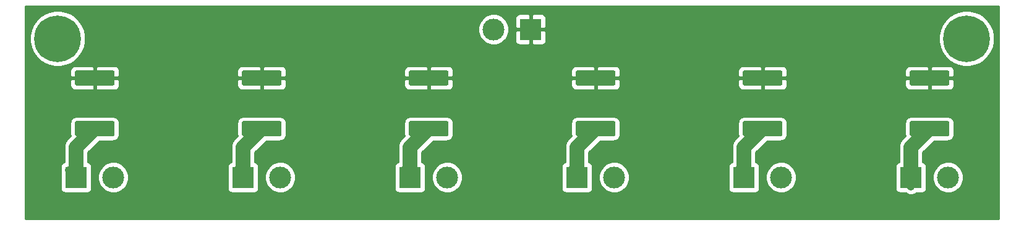
<source format=gbr>
G04 #@! TF.GenerationSoftware,KiCad,Pcbnew,5.1.6*
G04 #@! TF.CreationDate,2020-05-20T11:35:38+02:00*
G04 #@! TF.ProjectId,12V_power_dist,3132565f-706f-4776-9572-5f646973742e,rev?*
G04 #@! TF.SameCoordinates,Original*
G04 #@! TF.FileFunction,Copper,L1,Top*
G04 #@! TF.FilePolarity,Positive*
%FSLAX46Y46*%
G04 Gerber Fmt 4.6, Leading zero omitted, Abs format (unit mm)*
G04 Created by KiCad (PCBNEW 5.1.6) date 2020-05-20 11:35:38*
%MOMM*%
%LPD*%
G01*
G04 APERTURE LIST*
G04 #@! TA.AperFunction,ComponentPad*
%ADD10C,0.800000*%
G04 #@! TD*
G04 #@! TA.AperFunction,ComponentPad*
%ADD11C,6.400000*%
G04 #@! TD*
G04 #@! TA.AperFunction,ComponentPad*
%ADD12C,3.000000*%
G04 #@! TD*
G04 #@! TA.AperFunction,ComponentPad*
%ADD13R,3.000000X3.000000*%
G04 #@! TD*
G04 #@! TA.AperFunction,Conductor*
%ADD14C,1.000000*%
G04 #@! TD*
G04 #@! TA.AperFunction,Conductor*
%ADD15C,2.000000*%
G04 #@! TD*
G04 #@! TA.AperFunction,Conductor*
%ADD16C,0.254000*%
G04 #@! TD*
G04 APERTURE END LIST*
G04 #@! TA.AperFunction,SMDPad,CuDef*
G36*
G01*
X210885000Y-87515000D02*
X215835000Y-87515000D01*
G75*
G02*
X216085000Y-87765000I0J-250000D01*
G01*
X216085000Y-89365000D01*
G75*
G02*
X215835000Y-89615000I-250000J0D01*
G01*
X210885000Y-89615000D01*
G75*
G02*
X210635000Y-89365000I0J250000D01*
G01*
X210635000Y-87765000D01*
G75*
G02*
X210885000Y-87515000I250000J0D01*
G01*
G37*
G04 #@! TD.AperFunction*
G04 #@! TA.AperFunction,SMDPad,CuDef*
G36*
G01*
X210885000Y-80565000D02*
X215835000Y-80565000D01*
G75*
G02*
X216085000Y-80815000I0J-250000D01*
G01*
X216085000Y-82415000D01*
G75*
G02*
X215835000Y-82665000I-250000J0D01*
G01*
X210885000Y-82665000D01*
G75*
G02*
X210635000Y-82415000I0J250000D01*
G01*
X210635000Y-80815000D01*
G75*
G02*
X210885000Y-80565000I250000J0D01*
G01*
G37*
G04 #@! TD.AperFunction*
G04 #@! TA.AperFunction,SMDPad,CuDef*
G36*
G01*
X188025000Y-87515000D02*
X192975000Y-87515000D01*
G75*
G02*
X193225000Y-87765000I0J-250000D01*
G01*
X193225000Y-89365000D01*
G75*
G02*
X192975000Y-89615000I-250000J0D01*
G01*
X188025000Y-89615000D01*
G75*
G02*
X187775000Y-89365000I0J250000D01*
G01*
X187775000Y-87765000D01*
G75*
G02*
X188025000Y-87515000I250000J0D01*
G01*
G37*
G04 #@! TD.AperFunction*
G04 #@! TA.AperFunction,SMDPad,CuDef*
G36*
G01*
X188025000Y-80565000D02*
X192975000Y-80565000D01*
G75*
G02*
X193225000Y-80815000I0J-250000D01*
G01*
X193225000Y-82415000D01*
G75*
G02*
X192975000Y-82665000I-250000J0D01*
G01*
X188025000Y-82665000D01*
G75*
G02*
X187775000Y-82415000I0J250000D01*
G01*
X187775000Y-80815000D01*
G75*
G02*
X188025000Y-80565000I250000J0D01*
G01*
G37*
G04 #@! TD.AperFunction*
G04 #@! TA.AperFunction,SMDPad,CuDef*
G36*
G01*
X165165000Y-87515000D02*
X170115000Y-87515000D01*
G75*
G02*
X170365000Y-87765000I0J-250000D01*
G01*
X170365000Y-89365000D01*
G75*
G02*
X170115000Y-89615000I-250000J0D01*
G01*
X165165000Y-89615000D01*
G75*
G02*
X164915000Y-89365000I0J250000D01*
G01*
X164915000Y-87765000D01*
G75*
G02*
X165165000Y-87515000I250000J0D01*
G01*
G37*
G04 #@! TD.AperFunction*
G04 #@! TA.AperFunction,SMDPad,CuDef*
G36*
G01*
X165165000Y-80565000D02*
X170115000Y-80565000D01*
G75*
G02*
X170365000Y-80815000I0J-250000D01*
G01*
X170365000Y-82415000D01*
G75*
G02*
X170115000Y-82665000I-250000J0D01*
G01*
X165165000Y-82665000D01*
G75*
G02*
X164915000Y-82415000I0J250000D01*
G01*
X164915000Y-80815000D01*
G75*
G02*
X165165000Y-80565000I250000J0D01*
G01*
G37*
G04 #@! TD.AperFunction*
G04 #@! TA.AperFunction,SMDPad,CuDef*
G36*
G01*
X142305000Y-87515000D02*
X147255000Y-87515000D01*
G75*
G02*
X147505000Y-87765000I0J-250000D01*
G01*
X147505000Y-89365000D01*
G75*
G02*
X147255000Y-89615000I-250000J0D01*
G01*
X142305000Y-89615000D01*
G75*
G02*
X142055000Y-89365000I0J250000D01*
G01*
X142055000Y-87765000D01*
G75*
G02*
X142305000Y-87515000I250000J0D01*
G01*
G37*
G04 #@! TD.AperFunction*
G04 #@! TA.AperFunction,SMDPad,CuDef*
G36*
G01*
X142305000Y-80565000D02*
X147255000Y-80565000D01*
G75*
G02*
X147505000Y-80815000I0J-250000D01*
G01*
X147505000Y-82415000D01*
G75*
G02*
X147255000Y-82665000I-250000J0D01*
G01*
X142305000Y-82665000D01*
G75*
G02*
X142055000Y-82415000I0J250000D01*
G01*
X142055000Y-80815000D01*
G75*
G02*
X142305000Y-80565000I250000J0D01*
G01*
G37*
G04 #@! TD.AperFunction*
G04 #@! TA.AperFunction,SMDPad,CuDef*
G36*
G01*
X119445000Y-87515000D02*
X124395000Y-87515000D01*
G75*
G02*
X124645000Y-87765000I0J-250000D01*
G01*
X124645000Y-89365000D01*
G75*
G02*
X124395000Y-89615000I-250000J0D01*
G01*
X119445000Y-89615000D01*
G75*
G02*
X119195000Y-89365000I0J250000D01*
G01*
X119195000Y-87765000D01*
G75*
G02*
X119445000Y-87515000I250000J0D01*
G01*
G37*
G04 #@! TD.AperFunction*
G04 #@! TA.AperFunction,SMDPad,CuDef*
G36*
G01*
X119445000Y-80565000D02*
X124395000Y-80565000D01*
G75*
G02*
X124645000Y-80815000I0J-250000D01*
G01*
X124645000Y-82415000D01*
G75*
G02*
X124395000Y-82665000I-250000J0D01*
G01*
X119445000Y-82665000D01*
G75*
G02*
X119195000Y-82415000I0J250000D01*
G01*
X119195000Y-80815000D01*
G75*
G02*
X119445000Y-80565000I250000J0D01*
G01*
G37*
G04 #@! TD.AperFunction*
G04 #@! TA.AperFunction,SMDPad,CuDef*
G36*
G01*
X96585000Y-87515000D02*
X101535000Y-87515000D01*
G75*
G02*
X101785000Y-87765000I0J-250000D01*
G01*
X101785000Y-89365000D01*
G75*
G02*
X101535000Y-89615000I-250000J0D01*
G01*
X96585000Y-89615000D01*
G75*
G02*
X96335000Y-89365000I0J250000D01*
G01*
X96335000Y-87765000D01*
G75*
G02*
X96585000Y-87515000I250000J0D01*
G01*
G37*
G04 #@! TD.AperFunction*
G04 #@! TA.AperFunction,SMDPad,CuDef*
G36*
G01*
X96585000Y-80565000D02*
X101535000Y-80565000D01*
G75*
G02*
X101785000Y-80815000I0J-250000D01*
G01*
X101785000Y-82415000D01*
G75*
G02*
X101535000Y-82665000I-250000J0D01*
G01*
X96585000Y-82665000D01*
G75*
G02*
X96335000Y-82415000I0J250000D01*
G01*
X96335000Y-80815000D01*
G75*
G02*
X96585000Y-80565000I250000J0D01*
G01*
G37*
G04 #@! TD.AperFunction*
D10*
X220137056Y-74502944D03*
X218440000Y-73800000D03*
X216742944Y-74502944D03*
X216040000Y-76200000D03*
X216742944Y-77897056D03*
X218440000Y-78600000D03*
X220137056Y-77897056D03*
X220840000Y-76200000D03*
D11*
X218440000Y-76200000D03*
D10*
X95677056Y-74502944D03*
X93980000Y-73800000D03*
X92282944Y-74502944D03*
X91580000Y-76200000D03*
X92282944Y-77897056D03*
X93980000Y-78600000D03*
X95677056Y-77897056D03*
X96380000Y-76200000D03*
D11*
X93980000Y-76200000D03*
D12*
X153670000Y-74930000D03*
D13*
X158750000Y-74930000D03*
D12*
X124460000Y-95250000D03*
D13*
X119380000Y-95250000D03*
D12*
X170180000Y-95250000D03*
D13*
X165100000Y-95250000D03*
D12*
X215900000Y-95250000D03*
D13*
X210820000Y-95250000D03*
D12*
X147320000Y-95250000D03*
D13*
X142240000Y-95250000D03*
D12*
X193040000Y-95250000D03*
D13*
X187960000Y-95250000D03*
D12*
X101600000Y-95250000D03*
D13*
X96520000Y-95250000D03*
D14*
X95514999Y-94244999D02*
X96520000Y-95250000D01*
D15*
X96520000Y-91105000D02*
X99060000Y-88565000D01*
X96520000Y-95250000D02*
X96520000Y-91105000D01*
D14*
X118420000Y-94290000D02*
X119380000Y-95250000D01*
D15*
X119380000Y-91105000D02*
X121920000Y-88565000D01*
X119380000Y-95250000D02*
X119380000Y-91105000D01*
D14*
X141280000Y-94290000D02*
X142240000Y-95250000D01*
D15*
X142240000Y-91105000D02*
X144780000Y-88565000D01*
X142240000Y-95250000D02*
X142240000Y-91105000D01*
D14*
X164140000Y-94290000D02*
X165100000Y-95250000D01*
D15*
X165100000Y-91105000D02*
X167640000Y-88565000D01*
X165100000Y-95250000D02*
X165100000Y-91105000D01*
D14*
X187000000Y-94290000D02*
X187960000Y-95250000D01*
D15*
X187960000Y-91105000D02*
X190500000Y-88565000D01*
X187960000Y-95250000D02*
X187960000Y-91105000D01*
D14*
X209860000Y-95560000D02*
X210820000Y-96520000D01*
D15*
X210820000Y-91105000D02*
X213360000Y-88565000D01*
X210820000Y-95250000D02*
X210820000Y-91105000D01*
D16*
G36*
X222860000Y-100940000D02*
G01*
X89560000Y-100940000D01*
X89560000Y-94244999D01*
X94374508Y-94244999D01*
X94381928Y-94320336D01*
X94381928Y-96750000D01*
X94394188Y-96874482D01*
X94430498Y-96994180D01*
X94489463Y-97104494D01*
X94568815Y-97201185D01*
X94665506Y-97280537D01*
X94775820Y-97339502D01*
X94895518Y-97375812D01*
X95020000Y-97388072D01*
X98020000Y-97388072D01*
X98144482Y-97375812D01*
X98264180Y-97339502D01*
X98374494Y-97280537D01*
X98471185Y-97201185D01*
X98550537Y-97104494D01*
X98609502Y-96994180D01*
X98645812Y-96874482D01*
X98658072Y-96750000D01*
X98658072Y-95039721D01*
X99465000Y-95039721D01*
X99465000Y-95460279D01*
X99547047Y-95872756D01*
X99707988Y-96261302D01*
X99941637Y-96610983D01*
X100239017Y-96908363D01*
X100588698Y-97142012D01*
X100977244Y-97302953D01*
X101389721Y-97385000D01*
X101810279Y-97385000D01*
X102222756Y-97302953D01*
X102611302Y-97142012D01*
X102960983Y-96908363D01*
X103258363Y-96610983D01*
X103492012Y-96261302D01*
X103652953Y-95872756D01*
X103735000Y-95460279D01*
X103735000Y-95039721D01*
X103652953Y-94627244D01*
X103492012Y-94238698D01*
X103258363Y-93889017D01*
X103119346Y-93750000D01*
X117241928Y-93750000D01*
X117241928Y-96750000D01*
X117254188Y-96874482D01*
X117290498Y-96994180D01*
X117349463Y-97104494D01*
X117428815Y-97201185D01*
X117525506Y-97280537D01*
X117635820Y-97339502D01*
X117755518Y-97375812D01*
X117880000Y-97388072D01*
X120880000Y-97388072D01*
X121004482Y-97375812D01*
X121124180Y-97339502D01*
X121234494Y-97280537D01*
X121331185Y-97201185D01*
X121410537Y-97104494D01*
X121469502Y-96994180D01*
X121505812Y-96874482D01*
X121518072Y-96750000D01*
X121518072Y-95039721D01*
X122325000Y-95039721D01*
X122325000Y-95460279D01*
X122407047Y-95872756D01*
X122567988Y-96261302D01*
X122801637Y-96610983D01*
X123099017Y-96908363D01*
X123448698Y-97142012D01*
X123837244Y-97302953D01*
X124249721Y-97385000D01*
X124670279Y-97385000D01*
X125082756Y-97302953D01*
X125471302Y-97142012D01*
X125820983Y-96908363D01*
X126118363Y-96610983D01*
X126352012Y-96261302D01*
X126512953Y-95872756D01*
X126595000Y-95460279D01*
X126595000Y-95039721D01*
X126512953Y-94627244D01*
X126352012Y-94238698D01*
X126118363Y-93889017D01*
X125979346Y-93750000D01*
X140101928Y-93750000D01*
X140101928Y-96750000D01*
X140114188Y-96874482D01*
X140150498Y-96994180D01*
X140209463Y-97104494D01*
X140288815Y-97201185D01*
X140385506Y-97280537D01*
X140495820Y-97339502D01*
X140615518Y-97375812D01*
X140740000Y-97388072D01*
X143740000Y-97388072D01*
X143864482Y-97375812D01*
X143984180Y-97339502D01*
X144094494Y-97280537D01*
X144191185Y-97201185D01*
X144270537Y-97104494D01*
X144329502Y-96994180D01*
X144365812Y-96874482D01*
X144378072Y-96750000D01*
X144378072Y-95039721D01*
X145185000Y-95039721D01*
X145185000Y-95460279D01*
X145267047Y-95872756D01*
X145427988Y-96261302D01*
X145661637Y-96610983D01*
X145959017Y-96908363D01*
X146308698Y-97142012D01*
X146697244Y-97302953D01*
X147109721Y-97385000D01*
X147530279Y-97385000D01*
X147942756Y-97302953D01*
X148331302Y-97142012D01*
X148680983Y-96908363D01*
X148978363Y-96610983D01*
X149212012Y-96261302D01*
X149372953Y-95872756D01*
X149455000Y-95460279D01*
X149455000Y-95039721D01*
X149372953Y-94627244D01*
X149212012Y-94238698D01*
X148978363Y-93889017D01*
X148839346Y-93750000D01*
X162961928Y-93750000D01*
X162961928Y-96750000D01*
X162974188Y-96874482D01*
X163010498Y-96994180D01*
X163069463Y-97104494D01*
X163148815Y-97201185D01*
X163245506Y-97280537D01*
X163355820Y-97339502D01*
X163475518Y-97375812D01*
X163600000Y-97388072D01*
X166600000Y-97388072D01*
X166724482Y-97375812D01*
X166844180Y-97339502D01*
X166954494Y-97280537D01*
X167051185Y-97201185D01*
X167130537Y-97104494D01*
X167189502Y-96994180D01*
X167225812Y-96874482D01*
X167238072Y-96750000D01*
X167238072Y-95039721D01*
X168045000Y-95039721D01*
X168045000Y-95460279D01*
X168127047Y-95872756D01*
X168287988Y-96261302D01*
X168521637Y-96610983D01*
X168819017Y-96908363D01*
X169168698Y-97142012D01*
X169557244Y-97302953D01*
X169969721Y-97385000D01*
X170390279Y-97385000D01*
X170802756Y-97302953D01*
X171191302Y-97142012D01*
X171540983Y-96908363D01*
X171838363Y-96610983D01*
X172072012Y-96261302D01*
X172232953Y-95872756D01*
X172315000Y-95460279D01*
X172315000Y-95039721D01*
X172232953Y-94627244D01*
X172072012Y-94238698D01*
X171838363Y-93889017D01*
X171699346Y-93750000D01*
X185821928Y-93750000D01*
X185821928Y-96750000D01*
X185834188Y-96874482D01*
X185870498Y-96994180D01*
X185929463Y-97104494D01*
X186008815Y-97201185D01*
X186105506Y-97280537D01*
X186215820Y-97339502D01*
X186335518Y-97375812D01*
X186460000Y-97388072D01*
X189460000Y-97388072D01*
X189584482Y-97375812D01*
X189704180Y-97339502D01*
X189814494Y-97280537D01*
X189911185Y-97201185D01*
X189990537Y-97104494D01*
X190049502Y-96994180D01*
X190085812Y-96874482D01*
X190098072Y-96750000D01*
X190098072Y-95039721D01*
X190905000Y-95039721D01*
X190905000Y-95460279D01*
X190987047Y-95872756D01*
X191147988Y-96261302D01*
X191381637Y-96610983D01*
X191679017Y-96908363D01*
X192028698Y-97142012D01*
X192417244Y-97302953D01*
X192829721Y-97385000D01*
X193250279Y-97385000D01*
X193662756Y-97302953D01*
X194051302Y-97142012D01*
X194400983Y-96908363D01*
X194698363Y-96610983D01*
X194932012Y-96261302D01*
X195092953Y-95872756D01*
X195175000Y-95460279D01*
X195175000Y-95039721D01*
X195092953Y-94627244D01*
X194932012Y-94238698D01*
X194698363Y-93889017D01*
X194559346Y-93750000D01*
X208681928Y-93750000D01*
X208681928Y-96750000D01*
X208694188Y-96874482D01*
X208730498Y-96994180D01*
X208789463Y-97104494D01*
X208868815Y-97201185D01*
X208965506Y-97280537D01*
X209075820Y-97339502D01*
X209195518Y-97375812D01*
X209320000Y-97388072D01*
X210088639Y-97388072D01*
X210186377Y-97468283D01*
X210383553Y-97573676D01*
X210597501Y-97638577D01*
X210819999Y-97660491D01*
X211042498Y-97638577D01*
X211256446Y-97573676D01*
X211453622Y-97468283D01*
X211551359Y-97388072D01*
X212320000Y-97388072D01*
X212444482Y-97375812D01*
X212564180Y-97339502D01*
X212674494Y-97280537D01*
X212771185Y-97201185D01*
X212850537Y-97104494D01*
X212909502Y-96994180D01*
X212945812Y-96874482D01*
X212958072Y-96750000D01*
X212958072Y-95039721D01*
X213765000Y-95039721D01*
X213765000Y-95460279D01*
X213847047Y-95872756D01*
X214007988Y-96261302D01*
X214241637Y-96610983D01*
X214539017Y-96908363D01*
X214888698Y-97142012D01*
X215277244Y-97302953D01*
X215689721Y-97385000D01*
X216110279Y-97385000D01*
X216522756Y-97302953D01*
X216911302Y-97142012D01*
X217260983Y-96908363D01*
X217558363Y-96610983D01*
X217792012Y-96261302D01*
X217952953Y-95872756D01*
X218035000Y-95460279D01*
X218035000Y-95039721D01*
X217952953Y-94627244D01*
X217792012Y-94238698D01*
X217558363Y-93889017D01*
X217260983Y-93591637D01*
X216911302Y-93357988D01*
X216522756Y-93197047D01*
X216110279Y-93115000D01*
X215689721Y-93115000D01*
X215277244Y-93197047D01*
X214888698Y-93357988D01*
X214539017Y-93591637D01*
X214241637Y-93889017D01*
X214007988Y-94238698D01*
X213847047Y-94627244D01*
X213765000Y-95039721D01*
X212958072Y-95039721D01*
X212958072Y-93750000D01*
X212945812Y-93625518D01*
X212909502Y-93505820D01*
X212850537Y-93395506D01*
X212771185Y-93298815D01*
X212674494Y-93219463D01*
X212564180Y-93160498D01*
X212455000Y-93127379D01*
X212455000Y-91782238D01*
X213984167Y-90253072D01*
X215835000Y-90253072D01*
X216008254Y-90236008D01*
X216174850Y-90185472D01*
X216328386Y-90103405D01*
X216462962Y-89992962D01*
X216573405Y-89858386D01*
X216655472Y-89704850D01*
X216706008Y-89538254D01*
X216723072Y-89365000D01*
X216723072Y-87765000D01*
X216706008Y-87591746D01*
X216655472Y-87425150D01*
X216573405Y-87271614D01*
X216462962Y-87137038D01*
X216328386Y-87026595D01*
X216174850Y-86944528D01*
X216008254Y-86893992D01*
X215835000Y-86876928D01*
X210885000Y-86876928D01*
X210711746Y-86893992D01*
X210545150Y-86944528D01*
X210391614Y-87026595D01*
X210257038Y-87137038D01*
X210146595Y-87271614D01*
X210064528Y-87425150D01*
X210013992Y-87591746D01*
X209996928Y-87765000D01*
X209996928Y-89365000D01*
X210013992Y-89538254D01*
X210028077Y-89584685D01*
X209720682Y-89892080D01*
X209658287Y-89943286D01*
X209459531Y-90185472D01*
X209453970Y-90192248D01*
X209302148Y-90476286D01*
X209208658Y-90784484D01*
X209177089Y-91105000D01*
X209185001Y-91185329D01*
X209185001Y-93127378D01*
X209075820Y-93160498D01*
X208965506Y-93219463D01*
X208868815Y-93298815D01*
X208789463Y-93395506D01*
X208730498Y-93505820D01*
X208694188Y-93625518D01*
X208681928Y-93750000D01*
X194559346Y-93750000D01*
X194400983Y-93591637D01*
X194051302Y-93357988D01*
X193662756Y-93197047D01*
X193250279Y-93115000D01*
X192829721Y-93115000D01*
X192417244Y-93197047D01*
X192028698Y-93357988D01*
X191679017Y-93591637D01*
X191381637Y-93889017D01*
X191147988Y-94238698D01*
X190987047Y-94627244D01*
X190905000Y-95039721D01*
X190098072Y-95039721D01*
X190098072Y-93750000D01*
X190085812Y-93625518D01*
X190049502Y-93505820D01*
X189990537Y-93395506D01*
X189911185Y-93298815D01*
X189814494Y-93219463D01*
X189704180Y-93160498D01*
X189595000Y-93127379D01*
X189595000Y-91782238D01*
X191124167Y-90253072D01*
X192975000Y-90253072D01*
X193148254Y-90236008D01*
X193314850Y-90185472D01*
X193468386Y-90103405D01*
X193602962Y-89992962D01*
X193713405Y-89858386D01*
X193795472Y-89704850D01*
X193846008Y-89538254D01*
X193863072Y-89365000D01*
X193863072Y-87765000D01*
X193846008Y-87591746D01*
X193795472Y-87425150D01*
X193713405Y-87271614D01*
X193602962Y-87137038D01*
X193468386Y-87026595D01*
X193314850Y-86944528D01*
X193148254Y-86893992D01*
X192975000Y-86876928D01*
X188025000Y-86876928D01*
X187851746Y-86893992D01*
X187685150Y-86944528D01*
X187531614Y-87026595D01*
X187397038Y-87137038D01*
X187286595Y-87271614D01*
X187204528Y-87425150D01*
X187153992Y-87591746D01*
X187136928Y-87765000D01*
X187136928Y-89365000D01*
X187153992Y-89538254D01*
X187168077Y-89584685D01*
X186860682Y-89892080D01*
X186798287Y-89943286D01*
X186599531Y-90185472D01*
X186593970Y-90192248D01*
X186442148Y-90476286D01*
X186348658Y-90784484D01*
X186317089Y-91105000D01*
X186325001Y-91185329D01*
X186325001Y-93127378D01*
X186215820Y-93160498D01*
X186105506Y-93219463D01*
X186008815Y-93298815D01*
X185929463Y-93395506D01*
X185870498Y-93505820D01*
X185834188Y-93625518D01*
X185821928Y-93750000D01*
X171699346Y-93750000D01*
X171540983Y-93591637D01*
X171191302Y-93357988D01*
X170802756Y-93197047D01*
X170390279Y-93115000D01*
X169969721Y-93115000D01*
X169557244Y-93197047D01*
X169168698Y-93357988D01*
X168819017Y-93591637D01*
X168521637Y-93889017D01*
X168287988Y-94238698D01*
X168127047Y-94627244D01*
X168045000Y-95039721D01*
X167238072Y-95039721D01*
X167238072Y-93750000D01*
X167225812Y-93625518D01*
X167189502Y-93505820D01*
X167130537Y-93395506D01*
X167051185Y-93298815D01*
X166954494Y-93219463D01*
X166844180Y-93160498D01*
X166735000Y-93127379D01*
X166735000Y-91782238D01*
X168264167Y-90253072D01*
X170115000Y-90253072D01*
X170288254Y-90236008D01*
X170454850Y-90185472D01*
X170608386Y-90103405D01*
X170742962Y-89992962D01*
X170853405Y-89858386D01*
X170935472Y-89704850D01*
X170986008Y-89538254D01*
X171003072Y-89365000D01*
X171003072Y-87765000D01*
X170986008Y-87591746D01*
X170935472Y-87425150D01*
X170853405Y-87271614D01*
X170742962Y-87137038D01*
X170608386Y-87026595D01*
X170454850Y-86944528D01*
X170288254Y-86893992D01*
X170115000Y-86876928D01*
X165165000Y-86876928D01*
X164991746Y-86893992D01*
X164825150Y-86944528D01*
X164671614Y-87026595D01*
X164537038Y-87137038D01*
X164426595Y-87271614D01*
X164344528Y-87425150D01*
X164293992Y-87591746D01*
X164276928Y-87765000D01*
X164276928Y-89365000D01*
X164293992Y-89538254D01*
X164308077Y-89584685D01*
X164000682Y-89892080D01*
X163938287Y-89943286D01*
X163739531Y-90185472D01*
X163733970Y-90192248D01*
X163582148Y-90476286D01*
X163488658Y-90784484D01*
X163457089Y-91105000D01*
X163465001Y-91185329D01*
X163465001Y-93127378D01*
X163355820Y-93160498D01*
X163245506Y-93219463D01*
X163148815Y-93298815D01*
X163069463Y-93395506D01*
X163010498Y-93505820D01*
X162974188Y-93625518D01*
X162961928Y-93750000D01*
X148839346Y-93750000D01*
X148680983Y-93591637D01*
X148331302Y-93357988D01*
X147942756Y-93197047D01*
X147530279Y-93115000D01*
X147109721Y-93115000D01*
X146697244Y-93197047D01*
X146308698Y-93357988D01*
X145959017Y-93591637D01*
X145661637Y-93889017D01*
X145427988Y-94238698D01*
X145267047Y-94627244D01*
X145185000Y-95039721D01*
X144378072Y-95039721D01*
X144378072Y-93750000D01*
X144365812Y-93625518D01*
X144329502Y-93505820D01*
X144270537Y-93395506D01*
X144191185Y-93298815D01*
X144094494Y-93219463D01*
X143984180Y-93160498D01*
X143875000Y-93127379D01*
X143875000Y-91782238D01*
X145404167Y-90253072D01*
X147255000Y-90253072D01*
X147428254Y-90236008D01*
X147594850Y-90185472D01*
X147748386Y-90103405D01*
X147882962Y-89992962D01*
X147993405Y-89858386D01*
X148075472Y-89704850D01*
X148126008Y-89538254D01*
X148143072Y-89365000D01*
X148143072Y-87765000D01*
X148126008Y-87591746D01*
X148075472Y-87425150D01*
X147993405Y-87271614D01*
X147882962Y-87137038D01*
X147748386Y-87026595D01*
X147594850Y-86944528D01*
X147428254Y-86893992D01*
X147255000Y-86876928D01*
X142305000Y-86876928D01*
X142131746Y-86893992D01*
X141965150Y-86944528D01*
X141811614Y-87026595D01*
X141677038Y-87137038D01*
X141566595Y-87271614D01*
X141484528Y-87425150D01*
X141433992Y-87591746D01*
X141416928Y-87765000D01*
X141416928Y-89365000D01*
X141433992Y-89538254D01*
X141448077Y-89584685D01*
X141140682Y-89892080D01*
X141078287Y-89943286D01*
X140879531Y-90185472D01*
X140873970Y-90192248D01*
X140722148Y-90476286D01*
X140628658Y-90784484D01*
X140597089Y-91105000D01*
X140605001Y-91185329D01*
X140605001Y-93127378D01*
X140495820Y-93160498D01*
X140385506Y-93219463D01*
X140288815Y-93298815D01*
X140209463Y-93395506D01*
X140150498Y-93505820D01*
X140114188Y-93625518D01*
X140101928Y-93750000D01*
X125979346Y-93750000D01*
X125820983Y-93591637D01*
X125471302Y-93357988D01*
X125082756Y-93197047D01*
X124670279Y-93115000D01*
X124249721Y-93115000D01*
X123837244Y-93197047D01*
X123448698Y-93357988D01*
X123099017Y-93591637D01*
X122801637Y-93889017D01*
X122567988Y-94238698D01*
X122407047Y-94627244D01*
X122325000Y-95039721D01*
X121518072Y-95039721D01*
X121518072Y-93750000D01*
X121505812Y-93625518D01*
X121469502Y-93505820D01*
X121410537Y-93395506D01*
X121331185Y-93298815D01*
X121234494Y-93219463D01*
X121124180Y-93160498D01*
X121015000Y-93127379D01*
X121015000Y-91782238D01*
X122544167Y-90253072D01*
X124395000Y-90253072D01*
X124568254Y-90236008D01*
X124734850Y-90185472D01*
X124888386Y-90103405D01*
X125022962Y-89992962D01*
X125133405Y-89858386D01*
X125215472Y-89704850D01*
X125266008Y-89538254D01*
X125283072Y-89365000D01*
X125283072Y-87765000D01*
X125266008Y-87591746D01*
X125215472Y-87425150D01*
X125133405Y-87271614D01*
X125022962Y-87137038D01*
X124888386Y-87026595D01*
X124734850Y-86944528D01*
X124568254Y-86893992D01*
X124395000Y-86876928D01*
X119445000Y-86876928D01*
X119271746Y-86893992D01*
X119105150Y-86944528D01*
X118951614Y-87026595D01*
X118817038Y-87137038D01*
X118706595Y-87271614D01*
X118624528Y-87425150D01*
X118573992Y-87591746D01*
X118556928Y-87765000D01*
X118556928Y-89365000D01*
X118573992Y-89538254D01*
X118588077Y-89584685D01*
X118280682Y-89892080D01*
X118218287Y-89943286D01*
X118019531Y-90185472D01*
X118013970Y-90192248D01*
X117862148Y-90476286D01*
X117768658Y-90784484D01*
X117737089Y-91105000D01*
X117745001Y-91185329D01*
X117745001Y-93127378D01*
X117635820Y-93160498D01*
X117525506Y-93219463D01*
X117428815Y-93298815D01*
X117349463Y-93395506D01*
X117290498Y-93505820D01*
X117254188Y-93625518D01*
X117241928Y-93750000D01*
X103119346Y-93750000D01*
X102960983Y-93591637D01*
X102611302Y-93357988D01*
X102222756Y-93197047D01*
X101810279Y-93115000D01*
X101389721Y-93115000D01*
X100977244Y-93197047D01*
X100588698Y-93357988D01*
X100239017Y-93591637D01*
X99941637Y-93889017D01*
X99707988Y-94238698D01*
X99547047Y-94627244D01*
X99465000Y-95039721D01*
X98658072Y-95039721D01*
X98658072Y-93750000D01*
X98645812Y-93625518D01*
X98609502Y-93505820D01*
X98550537Y-93395506D01*
X98471185Y-93298815D01*
X98374494Y-93219463D01*
X98264180Y-93160498D01*
X98155000Y-93127379D01*
X98155000Y-91782238D01*
X99684167Y-90253072D01*
X101535000Y-90253072D01*
X101708254Y-90236008D01*
X101874850Y-90185472D01*
X102028386Y-90103405D01*
X102162962Y-89992962D01*
X102273405Y-89858386D01*
X102355472Y-89704850D01*
X102406008Y-89538254D01*
X102423072Y-89365000D01*
X102423072Y-87765000D01*
X102406008Y-87591746D01*
X102355472Y-87425150D01*
X102273405Y-87271614D01*
X102162962Y-87137038D01*
X102028386Y-87026595D01*
X101874850Y-86944528D01*
X101708254Y-86893992D01*
X101535000Y-86876928D01*
X96585000Y-86876928D01*
X96411746Y-86893992D01*
X96245150Y-86944528D01*
X96091614Y-87026595D01*
X95957038Y-87137038D01*
X95846595Y-87271614D01*
X95764528Y-87425150D01*
X95713992Y-87591746D01*
X95696928Y-87765000D01*
X95696928Y-89365000D01*
X95713992Y-89538254D01*
X95728077Y-89584685D01*
X95420682Y-89892080D01*
X95358287Y-89943286D01*
X95159531Y-90185472D01*
X95153970Y-90192248D01*
X95002148Y-90476286D01*
X94908658Y-90784484D01*
X94877089Y-91105000D01*
X94885001Y-91185329D01*
X94885001Y-93127378D01*
X94775820Y-93160498D01*
X94665506Y-93219463D01*
X94568815Y-93298815D01*
X94489463Y-93395506D01*
X94430498Y-93505820D01*
X94394188Y-93625518D01*
X94381928Y-93750000D01*
X94381928Y-94169662D01*
X94374508Y-94244999D01*
X89560000Y-94244999D01*
X89560000Y-82665000D01*
X95696928Y-82665000D01*
X95709188Y-82789482D01*
X95745498Y-82909180D01*
X95804463Y-83019494D01*
X95883815Y-83116185D01*
X95980506Y-83195537D01*
X96090820Y-83254502D01*
X96210518Y-83290812D01*
X96335000Y-83303072D01*
X98774250Y-83300000D01*
X98933000Y-83141250D01*
X98933000Y-81742000D01*
X99187000Y-81742000D01*
X99187000Y-83141250D01*
X99345750Y-83300000D01*
X101785000Y-83303072D01*
X101909482Y-83290812D01*
X102029180Y-83254502D01*
X102139494Y-83195537D01*
X102236185Y-83116185D01*
X102315537Y-83019494D01*
X102374502Y-82909180D01*
X102410812Y-82789482D01*
X102423072Y-82665000D01*
X118556928Y-82665000D01*
X118569188Y-82789482D01*
X118605498Y-82909180D01*
X118664463Y-83019494D01*
X118743815Y-83116185D01*
X118840506Y-83195537D01*
X118950820Y-83254502D01*
X119070518Y-83290812D01*
X119195000Y-83303072D01*
X121634250Y-83300000D01*
X121793000Y-83141250D01*
X121793000Y-81742000D01*
X122047000Y-81742000D01*
X122047000Y-83141250D01*
X122205750Y-83300000D01*
X124645000Y-83303072D01*
X124769482Y-83290812D01*
X124889180Y-83254502D01*
X124999494Y-83195537D01*
X125096185Y-83116185D01*
X125175537Y-83019494D01*
X125234502Y-82909180D01*
X125270812Y-82789482D01*
X125283072Y-82665000D01*
X141416928Y-82665000D01*
X141429188Y-82789482D01*
X141465498Y-82909180D01*
X141524463Y-83019494D01*
X141603815Y-83116185D01*
X141700506Y-83195537D01*
X141810820Y-83254502D01*
X141930518Y-83290812D01*
X142055000Y-83303072D01*
X144494250Y-83300000D01*
X144653000Y-83141250D01*
X144653000Y-81742000D01*
X144907000Y-81742000D01*
X144907000Y-83141250D01*
X145065750Y-83300000D01*
X147505000Y-83303072D01*
X147629482Y-83290812D01*
X147749180Y-83254502D01*
X147859494Y-83195537D01*
X147956185Y-83116185D01*
X148035537Y-83019494D01*
X148094502Y-82909180D01*
X148130812Y-82789482D01*
X148143072Y-82665000D01*
X164276928Y-82665000D01*
X164289188Y-82789482D01*
X164325498Y-82909180D01*
X164384463Y-83019494D01*
X164463815Y-83116185D01*
X164560506Y-83195537D01*
X164670820Y-83254502D01*
X164790518Y-83290812D01*
X164915000Y-83303072D01*
X167354250Y-83300000D01*
X167513000Y-83141250D01*
X167513000Y-81742000D01*
X167767000Y-81742000D01*
X167767000Y-83141250D01*
X167925750Y-83300000D01*
X170365000Y-83303072D01*
X170489482Y-83290812D01*
X170609180Y-83254502D01*
X170719494Y-83195537D01*
X170816185Y-83116185D01*
X170895537Y-83019494D01*
X170954502Y-82909180D01*
X170990812Y-82789482D01*
X171003072Y-82665000D01*
X187136928Y-82665000D01*
X187149188Y-82789482D01*
X187185498Y-82909180D01*
X187244463Y-83019494D01*
X187323815Y-83116185D01*
X187420506Y-83195537D01*
X187530820Y-83254502D01*
X187650518Y-83290812D01*
X187775000Y-83303072D01*
X190214250Y-83300000D01*
X190373000Y-83141250D01*
X190373000Y-81742000D01*
X190627000Y-81742000D01*
X190627000Y-83141250D01*
X190785750Y-83300000D01*
X193225000Y-83303072D01*
X193349482Y-83290812D01*
X193469180Y-83254502D01*
X193579494Y-83195537D01*
X193676185Y-83116185D01*
X193755537Y-83019494D01*
X193814502Y-82909180D01*
X193850812Y-82789482D01*
X193863072Y-82665000D01*
X209996928Y-82665000D01*
X210009188Y-82789482D01*
X210045498Y-82909180D01*
X210104463Y-83019494D01*
X210183815Y-83116185D01*
X210280506Y-83195537D01*
X210390820Y-83254502D01*
X210510518Y-83290812D01*
X210635000Y-83303072D01*
X213074250Y-83300000D01*
X213233000Y-83141250D01*
X213233000Y-81742000D01*
X213487000Y-81742000D01*
X213487000Y-83141250D01*
X213645750Y-83300000D01*
X216085000Y-83303072D01*
X216209482Y-83290812D01*
X216329180Y-83254502D01*
X216439494Y-83195537D01*
X216536185Y-83116185D01*
X216615537Y-83019494D01*
X216674502Y-82909180D01*
X216710812Y-82789482D01*
X216723072Y-82665000D01*
X216720000Y-81900750D01*
X216561250Y-81742000D01*
X213487000Y-81742000D01*
X213233000Y-81742000D01*
X210158750Y-81742000D01*
X210000000Y-81900750D01*
X209996928Y-82665000D01*
X193863072Y-82665000D01*
X193860000Y-81900750D01*
X193701250Y-81742000D01*
X190627000Y-81742000D01*
X190373000Y-81742000D01*
X187298750Y-81742000D01*
X187140000Y-81900750D01*
X187136928Y-82665000D01*
X171003072Y-82665000D01*
X171000000Y-81900750D01*
X170841250Y-81742000D01*
X167767000Y-81742000D01*
X167513000Y-81742000D01*
X164438750Y-81742000D01*
X164280000Y-81900750D01*
X164276928Y-82665000D01*
X148143072Y-82665000D01*
X148140000Y-81900750D01*
X147981250Y-81742000D01*
X144907000Y-81742000D01*
X144653000Y-81742000D01*
X141578750Y-81742000D01*
X141420000Y-81900750D01*
X141416928Y-82665000D01*
X125283072Y-82665000D01*
X125280000Y-81900750D01*
X125121250Y-81742000D01*
X122047000Y-81742000D01*
X121793000Y-81742000D01*
X118718750Y-81742000D01*
X118560000Y-81900750D01*
X118556928Y-82665000D01*
X102423072Y-82665000D01*
X102420000Y-81900750D01*
X102261250Y-81742000D01*
X99187000Y-81742000D01*
X98933000Y-81742000D01*
X95858750Y-81742000D01*
X95700000Y-81900750D01*
X95696928Y-82665000D01*
X89560000Y-82665000D01*
X89560000Y-80565000D01*
X95696928Y-80565000D01*
X95700000Y-81329250D01*
X95858750Y-81488000D01*
X98933000Y-81488000D01*
X98933000Y-80088750D01*
X99187000Y-80088750D01*
X99187000Y-81488000D01*
X102261250Y-81488000D01*
X102420000Y-81329250D01*
X102423072Y-80565000D01*
X118556928Y-80565000D01*
X118560000Y-81329250D01*
X118718750Y-81488000D01*
X121793000Y-81488000D01*
X121793000Y-80088750D01*
X122047000Y-80088750D01*
X122047000Y-81488000D01*
X125121250Y-81488000D01*
X125280000Y-81329250D01*
X125283072Y-80565000D01*
X141416928Y-80565000D01*
X141420000Y-81329250D01*
X141578750Y-81488000D01*
X144653000Y-81488000D01*
X144653000Y-80088750D01*
X144907000Y-80088750D01*
X144907000Y-81488000D01*
X147981250Y-81488000D01*
X148140000Y-81329250D01*
X148143072Y-80565000D01*
X164276928Y-80565000D01*
X164280000Y-81329250D01*
X164438750Y-81488000D01*
X167513000Y-81488000D01*
X167513000Y-80088750D01*
X167767000Y-80088750D01*
X167767000Y-81488000D01*
X170841250Y-81488000D01*
X171000000Y-81329250D01*
X171003072Y-80565000D01*
X187136928Y-80565000D01*
X187140000Y-81329250D01*
X187298750Y-81488000D01*
X190373000Y-81488000D01*
X190373000Y-80088750D01*
X190627000Y-80088750D01*
X190627000Y-81488000D01*
X193701250Y-81488000D01*
X193860000Y-81329250D01*
X193863072Y-80565000D01*
X209996928Y-80565000D01*
X210000000Y-81329250D01*
X210158750Y-81488000D01*
X213233000Y-81488000D01*
X213233000Y-80088750D01*
X213487000Y-80088750D01*
X213487000Y-81488000D01*
X216561250Y-81488000D01*
X216720000Y-81329250D01*
X216723072Y-80565000D01*
X216710812Y-80440518D01*
X216674502Y-80320820D01*
X216615537Y-80210506D01*
X216536185Y-80113815D01*
X216439494Y-80034463D01*
X216329180Y-79975498D01*
X216209482Y-79939188D01*
X216085000Y-79926928D01*
X213645750Y-79930000D01*
X213487000Y-80088750D01*
X213233000Y-80088750D01*
X213074250Y-79930000D01*
X210635000Y-79926928D01*
X210510518Y-79939188D01*
X210390820Y-79975498D01*
X210280506Y-80034463D01*
X210183815Y-80113815D01*
X210104463Y-80210506D01*
X210045498Y-80320820D01*
X210009188Y-80440518D01*
X209996928Y-80565000D01*
X193863072Y-80565000D01*
X193850812Y-80440518D01*
X193814502Y-80320820D01*
X193755537Y-80210506D01*
X193676185Y-80113815D01*
X193579494Y-80034463D01*
X193469180Y-79975498D01*
X193349482Y-79939188D01*
X193225000Y-79926928D01*
X190785750Y-79930000D01*
X190627000Y-80088750D01*
X190373000Y-80088750D01*
X190214250Y-79930000D01*
X187775000Y-79926928D01*
X187650518Y-79939188D01*
X187530820Y-79975498D01*
X187420506Y-80034463D01*
X187323815Y-80113815D01*
X187244463Y-80210506D01*
X187185498Y-80320820D01*
X187149188Y-80440518D01*
X187136928Y-80565000D01*
X171003072Y-80565000D01*
X170990812Y-80440518D01*
X170954502Y-80320820D01*
X170895537Y-80210506D01*
X170816185Y-80113815D01*
X170719494Y-80034463D01*
X170609180Y-79975498D01*
X170489482Y-79939188D01*
X170365000Y-79926928D01*
X167925750Y-79930000D01*
X167767000Y-80088750D01*
X167513000Y-80088750D01*
X167354250Y-79930000D01*
X164915000Y-79926928D01*
X164790518Y-79939188D01*
X164670820Y-79975498D01*
X164560506Y-80034463D01*
X164463815Y-80113815D01*
X164384463Y-80210506D01*
X164325498Y-80320820D01*
X164289188Y-80440518D01*
X164276928Y-80565000D01*
X148143072Y-80565000D01*
X148130812Y-80440518D01*
X148094502Y-80320820D01*
X148035537Y-80210506D01*
X147956185Y-80113815D01*
X147859494Y-80034463D01*
X147749180Y-79975498D01*
X147629482Y-79939188D01*
X147505000Y-79926928D01*
X145065750Y-79930000D01*
X144907000Y-80088750D01*
X144653000Y-80088750D01*
X144494250Y-79930000D01*
X142055000Y-79926928D01*
X141930518Y-79939188D01*
X141810820Y-79975498D01*
X141700506Y-80034463D01*
X141603815Y-80113815D01*
X141524463Y-80210506D01*
X141465498Y-80320820D01*
X141429188Y-80440518D01*
X141416928Y-80565000D01*
X125283072Y-80565000D01*
X125270812Y-80440518D01*
X125234502Y-80320820D01*
X125175537Y-80210506D01*
X125096185Y-80113815D01*
X124999494Y-80034463D01*
X124889180Y-79975498D01*
X124769482Y-79939188D01*
X124645000Y-79926928D01*
X122205750Y-79930000D01*
X122047000Y-80088750D01*
X121793000Y-80088750D01*
X121634250Y-79930000D01*
X119195000Y-79926928D01*
X119070518Y-79939188D01*
X118950820Y-79975498D01*
X118840506Y-80034463D01*
X118743815Y-80113815D01*
X118664463Y-80210506D01*
X118605498Y-80320820D01*
X118569188Y-80440518D01*
X118556928Y-80565000D01*
X102423072Y-80565000D01*
X102410812Y-80440518D01*
X102374502Y-80320820D01*
X102315537Y-80210506D01*
X102236185Y-80113815D01*
X102139494Y-80034463D01*
X102029180Y-79975498D01*
X101909482Y-79939188D01*
X101785000Y-79926928D01*
X99345750Y-79930000D01*
X99187000Y-80088750D01*
X98933000Y-80088750D01*
X98774250Y-79930000D01*
X96335000Y-79926928D01*
X96210518Y-79939188D01*
X96090820Y-79975498D01*
X95980506Y-80034463D01*
X95883815Y-80113815D01*
X95804463Y-80210506D01*
X95745498Y-80320820D01*
X95709188Y-80440518D01*
X95696928Y-80565000D01*
X89560000Y-80565000D01*
X89560000Y-75822285D01*
X90145000Y-75822285D01*
X90145000Y-76577715D01*
X90292377Y-77318628D01*
X90581467Y-78016554D01*
X91001161Y-78644670D01*
X91535330Y-79178839D01*
X92163446Y-79598533D01*
X92861372Y-79887623D01*
X93602285Y-80035000D01*
X94357715Y-80035000D01*
X95098628Y-79887623D01*
X95796554Y-79598533D01*
X96424670Y-79178839D01*
X96958839Y-78644670D01*
X97378533Y-78016554D01*
X97667623Y-77318628D01*
X97815000Y-76577715D01*
X97815000Y-75822285D01*
X97667623Y-75081372D01*
X97517823Y-74719721D01*
X151535000Y-74719721D01*
X151535000Y-75140279D01*
X151617047Y-75552756D01*
X151777988Y-75941302D01*
X152011637Y-76290983D01*
X152309017Y-76588363D01*
X152658698Y-76822012D01*
X153047244Y-76982953D01*
X153459721Y-77065000D01*
X153880279Y-77065000D01*
X154292756Y-76982953D01*
X154681302Y-76822012D01*
X155030983Y-76588363D01*
X155189346Y-76430000D01*
X156611928Y-76430000D01*
X156624188Y-76554482D01*
X156660498Y-76674180D01*
X156719463Y-76784494D01*
X156798815Y-76881185D01*
X156895506Y-76960537D01*
X157005820Y-77019502D01*
X157125518Y-77055812D01*
X157250000Y-77068072D01*
X158464250Y-77065000D01*
X158623000Y-76906250D01*
X158623000Y-75057000D01*
X158877000Y-75057000D01*
X158877000Y-76906250D01*
X159035750Y-77065000D01*
X160250000Y-77068072D01*
X160374482Y-77055812D01*
X160494180Y-77019502D01*
X160604494Y-76960537D01*
X160701185Y-76881185D01*
X160780537Y-76784494D01*
X160839502Y-76674180D01*
X160875812Y-76554482D01*
X160888072Y-76430000D01*
X160886535Y-75822285D01*
X214605000Y-75822285D01*
X214605000Y-76577715D01*
X214752377Y-77318628D01*
X215041467Y-78016554D01*
X215461161Y-78644670D01*
X215995330Y-79178839D01*
X216623446Y-79598533D01*
X217321372Y-79887623D01*
X218062285Y-80035000D01*
X218817715Y-80035000D01*
X219558628Y-79887623D01*
X220256554Y-79598533D01*
X220884670Y-79178839D01*
X221418839Y-78644670D01*
X221838533Y-78016554D01*
X222127623Y-77318628D01*
X222275000Y-76577715D01*
X222275000Y-75822285D01*
X222127623Y-75081372D01*
X221838533Y-74383446D01*
X221418839Y-73755330D01*
X220884670Y-73221161D01*
X220256554Y-72801467D01*
X219558628Y-72512377D01*
X218817715Y-72365000D01*
X218062285Y-72365000D01*
X217321372Y-72512377D01*
X216623446Y-72801467D01*
X215995330Y-73221161D01*
X215461161Y-73755330D01*
X215041467Y-74383446D01*
X214752377Y-75081372D01*
X214605000Y-75822285D01*
X160886535Y-75822285D01*
X160885000Y-75215750D01*
X160726250Y-75057000D01*
X158877000Y-75057000D01*
X158623000Y-75057000D01*
X156773750Y-75057000D01*
X156615000Y-75215750D01*
X156611928Y-76430000D01*
X155189346Y-76430000D01*
X155328363Y-76290983D01*
X155562012Y-75941302D01*
X155722953Y-75552756D01*
X155805000Y-75140279D01*
X155805000Y-74719721D01*
X155722953Y-74307244D01*
X155562012Y-73918698D01*
X155328363Y-73569017D01*
X155189346Y-73430000D01*
X156611928Y-73430000D01*
X156615000Y-74644250D01*
X156773750Y-74803000D01*
X158623000Y-74803000D01*
X158623000Y-72953750D01*
X158877000Y-72953750D01*
X158877000Y-74803000D01*
X160726250Y-74803000D01*
X160885000Y-74644250D01*
X160888072Y-73430000D01*
X160875812Y-73305518D01*
X160839502Y-73185820D01*
X160780537Y-73075506D01*
X160701185Y-72978815D01*
X160604494Y-72899463D01*
X160494180Y-72840498D01*
X160374482Y-72804188D01*
X160250000Y-72791928D01*
X159035750Y-72795000D01*
X158877000Y-72953750D01*
X158623000Y-72953750D01*
X158464250Y-72795000D01*
X157250000Y-72791928D01*
X157125518Y-72804188D01*
X157005820Y-72840498D01*
X156895506Y-72899463D01*
X156798815Y-72978815D01*
X156719463Y-73075506D01*
X156660498Y-73185820D01*
X156624188Y-73305518D01*
X156611928Y-73430000D01*
X155189346Y-73430000D01*
X155030983Y-73271637D01*
X154681302Y-73037988D01*
X154292756Y-72877047D01*
X153880279Y-72795000D01*
X153459721Y-72795000D01*
X153047244Y-72877047D01*
X152658698Y-73037988D01*
X152309017Y-73271637D01*
X152011637Y-73569017D01*
X151777988Y-73918698D01*
X151617047Y-74307244D01*
X151535000Y-74719721D01*
X97517823Y-74719721D01*
X97378533Y-74383446D01*
X96958839Y-73755330D01*
X96424670Y-73221161D01*
X95796554Y-72801467D01*
X95098628Y-72512377D01*
X94357715Y-72365000D01*
X93602285Y-72365000D01*
X92861372Y-72512377D01*
X92163446Y-72801467D01*
X91535330Y-73221161D01*
X91001161Y-73755330D01*
X90581467Y-74383446D01*
X90292377Y-75081372D01*
X90145000Y-75822285D01*
X89560000Y-75822285D01*
X89560000Y-71780000D01*
X222860001Y-71780000D01*
X222860000Y-100940000D01*
G37*
X222860000Y-100940000D02*
X89560000Y-100940000D01*
X89560000Y-94244999D01*
X94374508Y-94244999D01*
X94381928Y-94320336D01*
X94381928Y-96750000D01*
X94394188Y-96874482D01*
X94430498Y-96994180D01*
X94489463Y-97104494D01*
X94568815Y-97201185D01*
X94665506Y-97280537D01*
X94775820Y-97339502D01*
X94895518Y-97375812D01*
X95020000Y-97388072D01*
X98020000Y-97388072D01*
X98144482Y-97375812D01*
X98264180Y-97339502D01*
X98374494Y-97280537D01*
X98471185Y-97201185D01*
X98550537Y-97104494D01*
X98609502Y-96994180D01*
X98645812Y-96874482D01*
X98658072Y-96750000D01*
X98658072Y-95039721D01*
X99465000Y-95039721D01*
X99465000Y-95460279D01*
X99547047Y-95872756D01*
X99707988Y-96261302D01*
X99941637Y-96610983D01*
X100239017Y-96908363D01*
X100588698Y-97142012D01*
X100977244Y-97302953D01*
X101389721Y-97385000D01*
X101810279Y-97385000D01*
X102222756Y-97302953D01*
X102611302Y-97142012D01*
X102960983Y-96908363D01*
X103258363Y-96610983D01*
X103492012Y-96261302D01*
X103652953Y-95872756D01*
X103735000Y-95460279D01*
X103735000Y-95039721D01*
X103652953Y-94627244D01*
X103492012Y-94238698D01*
X103258363Y-93889017D01*
X103119346Y-93750000D01*
X117241928Y-93750000D01*
X117241928Y-96750000D01*
X117254188Y-96874482D01*
X117290498Y-96994180D01*
X117349463Y-97104494D01*
X117428815Y-97201185D01*
X117525506Y-97280537D01*
X117635820Y-97339502D01*
X117755518Y-97375812D01*
X117880000Y-97388072D01*
X120880000Y-97388072D01*
X121004482Y-97375812D01*
X121124180Y-97339502D01*
X121234494Y-97280537D01*
X121331185Y-97201185D01*
X121410537Y-97104494D01*
X121469502Y-96994180D01*
X121505812Y-96874482D01*
X121518072Y-96750000D01*
X121518072Y-95039721D01*
X122325000Y-95039721D01*
X122325000Y-95460279D01*
X122407047Y-95872756D01*
X122567988Y-96261302D01*
X122801637Y-96610983D01*
X123099017Y-96908363D01*
X123448698Y-97142012D01*
X123837244Y-97302953D01*
X124249721Y-97385000D01*
X124670279Y-97385000D01*
X125082756Y-97302953D01*
X125471302Y-97142012D01*
X125820983Y-96908363D01*
X126118363Y-96610983D01*
X126352012Y-96261302D01*
X126512953Y-95872756D01*
X126595000Y-95460279D01*
X126595000Y-95039721D01*
X126512953Y-94627244D01*
X126352012Y-94238698D01*
X126118363Y-93889017D01*
X125979346Y-93750000D01*
X140101928Y-93750000D01*
X140101928Y-96750000D01*
X140114188Y-96874482D01*
X140150498Y-96994180D01*
X140209463Y-97104494D01*
X140288815Y-97201185D01*
X140385506Y-97280537D01*
X140495820Y-97339502D01*
X140615518Y-97375812D01*
X140740000Y-97388072D01*
X143740000Y-97388072D01*
X143864482Y-97375812D01*
X143984180Y-97339502D01*
X144094494Y-97280537D01*
X144191185Y-97201185D01*
X144270537Y-97104494D01*
X144329502Y-96994180D01*
X144365812Y-96874482D01*
X144378072Y-96750000D01*
X144378072Y-95039721D01*
X145185000Y-95039721D01*
X145185000Y-95460279D01*
X145267047Y-95872756D01*
X145427988Y-96261302D01*
X145661637Y-96610983D01*
X145959017Y-96908363D01*
X146308698Y-97142012D01*
X146697244Y-97302953D01*
X147109721Y-97385000D01*
X147530279Y-97385000D01*
X147942756Y-97302953D01*
X148331302Y-97142012D01*
X148680983Y-96908363D01*
X148978363Y-96610983D01*
X149212012Y-96261302D01*
X149372953Y-95872756D01*
X149455000Y-95460279D01*
X149455000Y-95039721D01*
X149372953Y-94627244D01*
X149212012Y-94238698D01*
X148978363Y-93889017D01*
X148839346Y-93750000D01*
X162961928Y-93750000D01*
X162961928Y-96750000D01*
X162974188Y-96874482D01*
X163010498Y-96994180D01*
X163069463Y-97104494D01*
X163148815Y-97201185D01*
X163245506Y-97280537D01*
X163355820Y-97339502D01*
X163475518Y-97375812D01*
X163600000Y-97388072D01*
X166600000Y-97388072D01*
X166724482Y-97375812D01*
X166844180Y-97339502D01*
X166954494Y-97280537D01*
X167051185Y-97201185D01*
X167130537Y-97104494D01*
X167189502Y-96994180D01*
X167225812Y-96874482D01*
X167238072Y-96750000D01*
X167238072Y-95039721D01*
X168045000Y-95039721D01*
X168045000Y-95460279D01*
X168127047Y-95872756D01*
X168287988Y-96261302D01*
X168521637Y-96610983D01*
X168819017Y-96908363D01*
X169168698Y-97142012D01*
X169557244Y-97302953D01*
X169969721Y-97385000D01*
X170390279Y-97385000D01*
X170802756Y-97302953D01*
X171191302Y-97142012D01*
X171540983Y-96908363D01*
X171838363Y-96610983D01*
X172072012Y-96261302D01*
X172232953Y-95872756D01*
X172315000Y-95460279D01*
X172315000Y-95039721D01*
X172232953Y-94627244D01*
X172072012Y-94238698D01*
X171838363Y-93889017D01*
X171699346Y-93750000D01*
X185821928Y-93750000D01*
X185821928Y-96750000D01*
X185834188Y-96874482D01*
X185870498Y-96994180D01*
X185929463Y-97104494D01*
X186008815Y-97201185D01*
X186105506Y-97280537D01*
X186215820Y-97339502D01*
X186335518Y-97375812D01*
X186460000Y-97388072D01*
X189460000Y-97388072D01*
X189584482Y-97375812D01*
X189704180Y-97339502D01*
X189814494Y-97280537D01*
X189911185Y-97201185D01*
X189990537Y-97104494D01*
X190049502Y-96994180D01*
X190085812Y-96874482D01*
X190098072Y-96750000D01*
X190098072Y-95039721D01*
X190905000Y-95039721D01*
X190905000Y-95460279D01*
X190987047Y-95872756D01*
X191147988Y-96261302D01*
X191381637Y-96610983D01*
X191679017Y-96908363D01*
X192028698Y-97142012D01*
X192417244Y-97302953D01*
X192829721Y-97385000D01*
X193250279Y-97385000D01*
X193662756Y-97302953D01*
X194051302Y-97142012D01*
X194400983Y-96908363D01*
X194698363Y-96610983D01*
X194932012Y-96261302D01*
X195092953Y-95872756D01*
X195175000Y-95460279D01*
X195175000Y-95039721D01*
X195092953Y-94627244D01*
X194932012Y-94238698D01*
X194698363Y-93889017D01*
X194559346Y-93750000D01*
X208681928Y-93750000D01*
X208681928Y-96750000D01*
X208694188Y-96874482D01*
X208730498Y-96994180D01*
X208789463Y-97104494D01*
X208868815Y-97201185D01*
X208965506Y-97280537D01*
X209075820Y-97339502D01*
X209195518Y-97375812D01*
X209320000Y-97388072D01*
X210088639Y-97388072D01*
X210186377Y-97468283D01*
X210383553Y-97573676D01*
X210597501Y-97638577D01*
X210819999Y-97660491D01*
X211042498Y-97638577D01*
X211256446Y-97573676D01*
X211453622Y-97468283D01*
X211551359Y-97388072D01*
X212320000Y-97388072D01*
X212444482Y-97375812D01*
X212564180Y-97339502D01*
X212674494Y-97280537D01*
X212771185Y-97201185D01*
X212850537Y-97104494D01*
X212909502Y-96994180D01*
X212945812Y-96874482D01*
X212958072Y-96750000D01*
X212958072Y-95039721D01*
X213765000Y-95039721D01*
X213765000Y-95460279D01*
X213847047Y-95872756D01*
X214007988Y-96261302D01*
X214241637Y-96610983D01*
X214539017Y-96908363D01*
X214888698Y-97142012D01*
X215277244Y-97302953D01*
X215689721Y-97385000D01*
X216110279Y-97385000D01*
X216522756Y-97302953D01*
X216911302Y-97142012D01*
X217260983Y-96908363D01*
X217558363Y-96610983D01*
X217792012Y-96261302D01*
X217952953Y-95872756D01*
X218035000Y-95460279D01*
X218035000Y-95039721D01*
X217952953Y-94627244D01*
X217792012Y-94238698D01*
X217558363Y-93889017D01*
X217260983Y-93591637D01*
X216911302Y-93357988D01*
X216522756Y-93197047D01*
X216110279Y-93115000D01*
X215689721Y-93115000D01*
X215277244Y-93197047D01*
X214888698Y-93357988D01*
X214539017Y-93591637D01*
X214241637Y-93889017D01*
X214007988Y-94238698D01*
X213847047Y-94627244D01*
X213765000Y-95039721D01*
X212958072Y-95039721D01*
X212958072Y-93750000D01*
X212945812Y-93625518D01*
X212909502Y-93505820D01*
X212850537Y-93395506D01*
X212771185Y-93298815D01*
X212674494Y-93219463D01*
X212564180Y-93160498D01*
X212455000Y-93127379D01*
X212455000Y-91782238D01*
X213984167Y-90253072D01*
X215835000Y-90253072D01*
X216008254Y-90236008D01*
X216174850Y-90185472D01*
X216328386Y-90103405D01*
X216462962Y-89992962D01*
X216573405Y-89858386D01*
X216655472Y-89704850D01*
X216706008Y-89538254D01*
X216723072Y-89365000D01*
X216723072Y-87765000D01*
X216706008Y-87591746D01*
X216655472Y-87425150D01*
X216573405Y-87271614D01*
X216462962Y-87137038D01*
X216328386Y-87026595D01*
X216174850Y-86944528D01*
X216008254Y-86893992D01*
X215835000Y-86876928D01*
X210885000Y-86876928D01*
X210711746Y-86893992D01*
X210545150Y-86944528D01*
X210391614Y-87026595D01*
X210257038Y-87137038D01*
X210146595Y-87271614D01*
X210064528Y-87425150D01*
X210013992Y-87591746D01*
X209996928Y-87765000D01*
X209996928Y-89365000D01*
X210013992Y-89538254D01*
X210028077Y-89584685D01*
X209720682Y-89892080D01*
X209658287Y-89943286D01*
X209459531Y-90185472D01*
X209453970Y-90192248D01*
X209302148Y-90476286D01*
X209208658Y-90784484D01*
X209177089Y-91105000D01*
X209185001Y-91185329D01*
X209185001Y-93127378D01*
X209075820Y-93160498D01*
X208965506Y-93219463D01*
X208868815Y-93298815D01*
X208789463Y-93395506D01*
X208730498Y-93505820D01*
X208694188Y-93625518D01*
X208681928Y-93750000D01*
X194559346Y-93750000D01*
X194400983Y-93591637D01*
X194051302Y-93357988D01*
X193662756Y-93197047D01*
X193250279Y-93115000D01*
X192829721Y-93115000D01*
X192417244Y-93197047D01*
X192028698Y-93357988D01*
X191679017Y-93591637D01*
X191381637Y-93889017D01*
X191147988Y-94238698D01*
X190987047Y-94627244D01*
X190905000Y-95039721D01*
X190098072Y-95039721D01*
X190098072Y-93750000D01*
X190085812Y-93625518D01*
X190049502Y-93505820D01*
X189990537Y-93395506D01*
X189911185Y-93298815D01*
X189814494Y-93219463D01*
X189704180Y-93160498D01*
X189595000Y-93127379D01*
X189595000Y-91782238D01*
X191124167Y-90253072D01*
X192975000Y-90253072D01*
X193148254Y-90236008D01*
X193314850Y-90185472D01*
X193468386Y-90103405D01*
X193602962Y-89992962D01*
X193713405Y-89858386D01*
X193795472Y-89704850D01*
X193846008Y-89538254D01*
X193863072Y-89365000D01*
X193863072Y-87765000D01*
X193846008Y-87591746D01*
X193795472Y-87425150D01*
X193713405Y-87271614D01*
X193602962Y-87137038D01*
X193468386Y-87026595D01*
X193314850Y-86944528D01*
X193148254Y-86893992D01*
X192975000Y-86876928D01*
X188025000Y-86876928D01*
X187851746Y-86893992D01*
X187685150Y-86944528D01*
X187531614Y-87026595D01*
X187397038Y-87137038D01*
X187286595Y-87271614D01*
X187204528Y-87425150D01*
X187153992Y-87591746D01*
X187136928Y-87765000D01*
X187136928Y-89365000D01*
X187153992Y-89538254D01*
X187168077Y-89584685D01*
X186860682Y-89892080D01*
X186798287Y-89943286D01*
X186599531Y-90185472D01*
X186593970Y-90192248D01*
X186442148Y-90476286D01*
X186348658Y-90784484D01*
X186317089Y-91105000D01*
X186325001Y-91185329D01*
X186325001Y-93127378D01*
X186215820Y-93160498D01*
X186105506Y-93219463D01*
X186008815Y-93298815D01*
X185929463Y-93395506D01*
X185870498Y-93505820D01*
X185834188Y-93625518D01*
X185821928Y-93750000D01*
X171699346Y-93750000D01*
X171540983Y-93591637D01*
X171191302Y-93357988D01*
X170802756Y-93197047D01*
X170390279Y-93115000D01*
X169969721Y-93115000D01*
X169557244Y-93197047D01*
X169168698Y-93357988D01*
X168819017Y-93591637D01*
X168521637Y-93889017D01*
X168287988Y-94238698D01*
X168127047Y-94627244D01*
X168045000Y-95039721D01*
X167238072Y-95039721D01*
X167238072Y-93750000D01*
X167225812Y-93625518D01*
X167189502Y-93505820D01*
X167130537Y-93395506D01*
X167051185Y-93298815D01*
X166954494Y-93219463D01*
X166844180Y-93160498D01*
X166735000Y-93127379D01*
X166735000Y-91782238D01*
X168264167Y-90253072D01*
X170115000Y-90253072D01*
X170288254Y-90236008D01*
X170454850Y-90185472D01*
X170608386Y-90103405D01*
X170742962Y-89992962D01*
X170853405Y-89858386D01*
X170935472Y-89704850D01*
X170986008Y-89538254D01*
X171003072Y-89365000D01*
X171003072Y-87765000D01*
X170986008Y-87591746D01*
X170935472Y-87425150D01*
X170853405Y-87271614D01*
X170742962Y-87137038D01*
X170608386Y-87026595D01*
X170454850Y-86944528D01*
X170288254Y-86893992D01*
X170115000Y-86876928D01*
X165165000Y-86876928D01*
X164991746Y-86893992D01*
X164825150Y-86944528D01*
X164671614Y-87026595D01*
X164537038Y-87137038D01*
X164426595Y-87271614D01*
X164344528Y-87425150D01*
X164293992Y-87591746D01*
X164276928Y-87765000D01*
X164276928Y-89365000D01*
X164293992Y-89538254D01*
X164308077Y-89584685D01*
X164000682Y-89892080D01*
X163938287Y-89943286D01*
X163739531Y-90185472D01*
X163733970Y-90192248D01*
X163582148Y-90476286D01*
X163488658Y-90784484D01*
X163457089Y-91105000D01*
X163465001Y-91185329D01*
X163465001Y-93127378D01*
X163355820Y-93160498D01*
X163245506Y-93219463D01*
X163148815Y-93298815D01*
X163069463Y-93395506D01*
X163010498Y-93505820D01*
X162974188Y-93625518D01*
X162961928Y-93750000D01*
X148839346Y-93750000D01*
X148680983Y-93591637D01*
X148331302Y-93357988D01*
X147942756Y-93197047D01*
X147530279Y-93115000D01*
X147109721Y-93115000D01*
X146697244Y-93197047D01*
X146308698Y-93357988D01*
X145959017Y-93591637D01*
X145661637Y-93889017D01*
X145427988Y-94238698D01*
X145267047Y-94627244D01*
X145185000Y-95039721D01*
X144378072Y-95039721D01*
X144378072Y-93750000D01*
X144365812Y-93625518D01*
X144329502Y-93505820D01*
X144270537Y-93395506D01*
X144191185Y-93298815D01*
X144094494Y-93219463D01*
X143984180Y-93160498D01*
X143875000Y-93127379D01*
X143875000Y-91782238D01*
X145404167Y-90253072D01*
X147255000Y-90253072D01*
X147428254Y-90236008D01*
X147594850Y-90185472D01*
X147748386Y-90103405D01*
X147882962Y-89992962D01*
X147993405Y-89858386D01*
X148075472Y-89704850D01*
X148126008Y-89538254D01*
X148143072Y-89365000D01*
X148143072Y-87765000D01*
X148126008Y-87591746D01*
X148075472Y-87425150D01*
X147993405Y-87271614D01*
X147882962Y-87137038D01*
X147748386Y-87026595D01*
X147594850Y-86944528D01*
X147428254Y-86893992D01*
X147255000Y-86876928D01*
X142305000Y-86876928D01*
X142131746Y-86893992D01*
X141965150Y-86944528D01*
X141811614Y-87026595D01*
X141677038Y-87137038D01*
X141566595Y-87271614D01*
X141484528Y-87425150D01*
X141433992Y-87591746D01*
X141416928Y-87765000D01*
X141416928Y-89365000D01*
X141433992Y-89538254D01*
X141448077Y-89584685D01*
X141140682Y-89892080D01*
X141078287Y-89943286D01*
X140879531Y-90185472D01*
X140873970Y-90192248D01*
X140722148Y-90476286D01*
X140628658Y-90784484D01*
X140597089Y-91105000D01*
X140605001Y-91185329D01*
X140605001Y-93127378D01*
X140495820Y-93160498D01*
X140385506Y-93219463D01*
X140288815Y-93298815D01*
X140209463Y-93395506D01*
X140150498Y-93505820D01*
X140114188Y-93625518D01*
X140101928Y-93750000D01*
X125979346Y-93750000D01*
X125820983Y-93591637D01*
X125471302Y-93357988D01*
X125082756Y-93197047D01*
X124670279Y-93115000D01*
X124249721Y-93115000D01*
X123837244Y-93197047D01*
X123448698Y-93357988D01*
X123099017Y-93591637D01*
X122801637Y-93889017D01*
X122567988Y-94238698D01*
X122407047Y-94627244D01*
X122325000Y-95039721D01*
X121518072Y-95039721D01*
X121518072Y-93750000D01*
X121505812Y-93625518D01*
X121469502Y-93505820D01*
X121410537Y-93395506D01*
X121331185Y-93298815D01*
X121234494Y-93219463D01*
X121124180Y-93160498D01*
X121015000Y-93127379D01*
X121015000Y-91782238D01*
X122544167Y-90253072D01*
X124395000Y-90253072D01*
X124568254Y-90236008D01*
X124734850Y-90185472D01*
X124888386Y-90103405D01*
X125022962Y-89992962D01*
X125133405Y-89858386D01*
X125215472Y-89704850D01*
X125266008Y-89538254D01*
X125283072Y-89365000D01*
X125283072Y-87765000D01*
X125266008Y-87591746D01*
X125215472Y-87425150D01*
X125133405Y-87271614D01*
X125022962Y-87137038D01*
X124888386Y-87026595D01*
X124734850Y-86944528D01*
X124568254Y-86893992D01*
X124395000Y-86876928D01*
X119445000Y-86876928D01*
X119271746Y-86893992D01*
X119105150Y-86944528D01*
X118951614Y-87026595D01*
X118817038Y-87137038D01*
X118706595Y-87271614D01*
X118624528Y-87425150D01*
X118573992Y-87591746D01*
X118556928Y-87765000D01*
X118556928Y-89365000D01*
X118573992Y-89538254D01*
X118588077Y-89584685D01*
X118280682Y-89892080D01*
X118218287Y-89943286D01*
X118019531Y-90185472D01*
X118013970Y-90192248D01*
X117862148Y-90476286D01*
X117768658Y-90784484D01*
X117737089Y-91105000D01*
X117745001Y-91185329D01*
X117745001Y-93127378D01*
X117635820Y-93160498D01*
X117525506Y-93219463D01*
X117428815Y-93298815D01*
X117349463Y-93395506D01*
X117290498Y-93505820D01*
X117254188Y-93625518D01*
X117241928Y-93750000D01*
X103119346Y-93750000D01*
X102960983Y-93591637D01*
X102611302Y-93357988D01*
X102222756Y-93197047D01*
X101810279Y-93115000D01*
X101389721Y-93115000D01*
X100977244Y-93197047D01*
X100588698Y-93357988D01*
X100239017Y-93591637D01*
X99941637Y-93889017D01*
X99707988Y-94238698D01*
X99547047Y-94627244D01*
X99465000Y-95039721D01*
X98658072Y-95039721D01*
X98658072Y-93750000D01*
X98645812Y-93625518D01*
X98609502Y-93505820D01*
X98550537Y-93395506D01*
X98471185Y-93298815D01*
X98374494Y-93219463D01*
X98264180Y-93160498D01*
X98155000Y-93127379D01*
X98155000Y-91782238D01*
X99684167Y-90253072D01*
X101535000Y-90253072D01*
X101708254Y-90236008D01*
X101874850Y-90185472D01*
X102028386Y-90103405D01*
X102162962Y-89992962D01*
X102273405Y-89858386D01*
X102355472Y-89704850D01*
X102406008Y-89538254D01*
X102423072Y-89365000D01*
X102423072Y-87765000D01*
X102406008Y-87591746D01*
X102355472Y-87425150D01*
X102273405Y-87271614D01*
X102162962Y-87137038D01*
X102028386Y-87026595D01*
X101874850Y-86944528D01*
X101708254Y-86893992D01*
X101535000Y-86876928D01*
X96585000Y-86876928D01*
X96411746Y-86893992D01*
X96245150Y-86944528D01*
X96091614Y-87026595D01*
X95957038Y-87137038D01*
X95846595Y-87271614D01*
X95764528Y-87425150D01*
X95713992Y-87591746D01*
X95696928Y-87765000D01*
X95696928Y-89365000D01*
X95713992Y-89538254D01*
X95728077Y-89584685D01*
X95420682Y-89892080D01*
X95358287Y-89943286D01*
X95159531Y-90185472D01*
X95153970Y-90192248D01*
X95002148Y-90476286D01*
X94908658Y-90784484D01*
X94877089Y-91105000D01*
X94885001Y-91185329D01*
X94885001Y-93127378D01*
X94775820Y-93160498D01*
X94665506Y-93219463D01*
X94568815Y-93298815D01*
X94489463Y-93395506D01*
X94430498Y-93505820D01*
X94394188Y-93625518D01*
X94381928Y-93750000D01*
X94381928Y-94169662D01*
X94374508Y-94244999D01*
X89560000Y-94244999D01*
X89560000Y-82665000D01*
X95696928Y-82665000D01*
X95709188Y-82789482D01*
X95745498Y-82909180D01*
X95804463Y-83019494D01*
X95883815Y-83116185D01*
X95980506Y-83195537D01*
X96090820Y-83254502D01*
X96210518Y-83290812D01*
X96335000Y-83303072D01*
X98774250Y-83300000D01*
X98933000Y-83141250D01*
X98933000Y-81742000D01*
X99187000Y-81742000D01*
X99187000Y-83141250D01*
X99345750Y-83300000D01*
X101785000Y-83303072D01*
X101909482Y-83290812D01*
X102029180Y-83254502D01*
X102139494Y-83195537D01*
X102236185Y-83116185D01*
X102315537Y-83019494D01*
X102374502Y-82909180D01*
X102410812Y-82789482D01*
X102423072Y-82665000D01*
X118556928Y-82665000D01*
X118569188Y-82789482D01*
X118605498Y-82909180D01*
X118664463Y-83019494D01*
X118743815Y-83116185D01*
X118840506Y-83195537D01*
X118950820Y-83254502D01*
X119070518Y-83290812D01*
X119195000Y-83303072D01*
X121634250Y-83300000D01*
X121793000Y-83141250D01*
X121793000Y-81742000D01*
X122047000Y-81742000D01*
X122047000Y-83141250D01*
X122205750Y-83300000D01*
X124645000Y-83303072D01*
X124769482Y-83290812D01*
X124889180Y-83254502D01*
X124999494Y-83195537D01*
X125096185Y-83116185D01*
X125175537Y-83019494D01*
X125234502Y-82909180D01*
X125270812Y-82789482D01*
X125283072Y-82665000D01*
X141416928Y-82665000D01*
X141429188Y-82789482D01*
X141465498Y-82909180D01*
X141524463Y-83019494D01*
X141603815Y-83116185D01*
X141700506Y-83195537D01*
X141810820Y-83254502D01*
X141930518Y-83290812D01*
X142055000Y-83303072D01*
X144494250Y-83300000D01*
X144653000Y-83141250D01*
X144653000Y-81742000D01*
X144907000Y-81742000D01*
X144907000Y-83141250D01*
X145065750Y-83300000D01*
X147505000Y-83303072D01*
X147629482Y-83290812D01*
X147749180Y-83254502D01*
X147859494Y-83195537D01*
X147956185Y-83116185D01*
X148035537Y-83019494D01*
X148094502Y-82909180D01*
X148130812Y-82789482D01*
X148143072Y-82665000D01*
X164276928Y-82665000D01*
X164289188Y-82789482D01*
X164325498Y-82909180D01*
X164384463Y-83019494D01*
X164463815Y-83116185D01*
X164560506Y-83195537D01*
X164670820Y-83254502D01*
X164790518Y-83290812D01*
X164915000Y-83303072D01*
X167354250Y-83300000D01*
X167513000Y-83141250D01*
X167513000Y-81742000D01*
X167767000Y-81742000D01*
X167767000Y-83141250D01*
X167925750Y-83300000D01*
X170365000Y-83303072D01*
X170489482Y-83290812D01*
X170609180Y-83254502D01*
X170719494Y-83195537D01*
X170816185Y-83116185D01*
X170895537Y-83019494D01*
X170954502Y-82909180D01*
X170990812Y-82789482D01*
X171003072Y-82665000D01*
X187136928Y-82665000D01*
X187149188Y-82789482D01*
X187185498Y-82909180D01*
X187244463Y-83019494D01*
X187323815Y-83116185D01*
X187420506Y-83195537D01*
X187530820Y-83254502D01*
X187650518Y-83290812D01*
X187775000Y-83303072D01*
X190214250Y-83300000D01*
X190373000Y-83141250D01*
X190373000Y-81742000D01*
X190627000Y-81742000D01*
X190627000Y-83141250D01*
X190785750Y-83300000D01*
X193225000Y-83303072D01*
X193349482Y-83290812D01*
X193469180Y-83254502D01*
X193579494Y-83195537D01*
X193676185Y-83116185D01*
X193755537Y-83019494D01*
X193814502Y-82909180D01*
X193850812Y-82789482D01*
X193863072Y-82665000D01*
X209996928Y-82665000D01*
X210009188Y-82789482D01*
X210045498Y-82909180D01*
X210104463Y-83019494D01*
X210183815Y-83116185D01*
X210280506Y-83195537D01*
X210390820Y-83254502D01*
X210510518Y-83290812D01*
X210635000Y-83303072D01*
X213074250Y-83300000D01*
X213233000Y-83141250D01*
X213233000Y-81742000D01*
X213487000Y-81742000D01*
X213487000Y-83141250D01*
X213645750Y-83300000D01*
X216085000Y-83303072D01*
X216209482Y-83290812D01*
X216329180Y-83254502D01*
X216439494Y-83195537D01*
X216536185Y-83116185D01*
X216615537Y-83019494D01*
X216674502Y-82909180D01*
X216710812Y-82789482D01*
X216723072Y-82665000D01*
X216720000Y-81900750D01*
X216561250Y-81742000D01*
X213487000Y-81742000D01*
X213233000Y-81742000D01*
X210158750Y-81742000D01*
X210000000Y-81900750D01*
X209996928Y-82665000D01*
X193863072Y-82665000D01*
X193860000Y-81900750D01*
X193701250Y-81742000D01*
X190627000Y-81742000D01*
X190373000Y-81742000D01*
X187298750Y-81742000D01*
X187140000Y-81900750D01*
X187136928Y-82665000D01*
X171003072Y-82665000D01*
X171000000Y-81900750D01*
X170841250Y-81742000D01*
X167767000Y-81742000D01*
X167513000Y-81742000D01*
X164438750Y-81742000D01*
X164280000Y-81900750D01*
X164276928Y-82665000D01*
X148143072Y-82665000D01*
X148140000Y-81900750D01*
X147981250Y-81742000D01*
X144907000Y-81742000D01*
X144653000Y-81742000D01*
X141578750Y-81742000D01*
X141420000Y-81900750D01*
X141416928Y-82665000D01*
X125283072Y-82665000D01*
X125280000Y-81900750D01*
X125121250Y-81742000D01*
X122047000Y-81742000D01*
X121793000Y-81742000D01*
X118718750Y-81742000D01*
X118560000Y-81900750D01*
X118556928Y-82665000D01*
X102423072Y-82665000D01*
X102420000Y-81900750D01*
X102261250Y-81742000D01*
X99187000Y-81742000D01*
X98933000Y-81742000D01*
X95858750Y-81742000D01*
X95700000Y-81900750D01*
X95696928Y-82665000D01*
X89560000Y-82665000D01*
X89560000Y-80565000D01*
X95696928Y-80565000D01*
X95700000Y-81329250D01*
X95858750Y-81488000D01*
X98933000Y-81488000D01*
X98933000Y-80088750D01*
X99187000Y-80088750D01*
X99187000Y-81488000D01*
X102261250Y-81488000D01*
X102420000Y-81329250D01*
X102423072Y-80565000D01*
X118556928Y-80565000D01*
X118560000Y-81329250D01*
X118718750Y-81488000D01*
X121793000Y-81488000D01*
X121793000Y-80088750D01*
X122047000Y-80088750D01*
X122047000Y-81488000D01*
X125121250Y-81488000D01*
X125280000Y-81329250D01*
X125283072Y-80565000D01*
X141416928Y-80565000D01*
X141420000Y-81329250D01*
X141578750Y-81488000D01*
X144653000Y-81488000D01*
X144653000Y-80088750D01*
X144907000Y-80088750D01*
X144907000Y-81488000D01*
X147981250Y-81488000D01*
X148140000Y-81329250D01*
X148143072Y-80565000D01*
X164276928Y-80565000D01*
X164280000Y-81329250D01*
X164438750Y-81488000D01*
X167513000Y-81488000D01*
X167513000Y-80088750D01*
X167767000Y-80088750D01*
X167767000Y-81488000D01*
X170841250Y-81488000D01*
X171000000Y-81329250D01*
X171003072Y-80565000D01*
X187136928Y-80565000D01*
X187140000Y-81329250D01*
X187298750Y-81488000D01*
X190373000Y-81488000D01*
X190373000Y-80088750D01*
X190627000Y-80088750D01*
X190627000Y-81488000D01*
X193701250Y-81488000D01*
X193860000Y-81329250D01*
X193863072Y-80565000D01*
X209996928Y-80565000D01*
X210000000Y-81329250D01*
X210158750Y-81488000D01*
X213233000Y-81488000D01*
X213233000Y-80088750D01*
X213487000Y-80088750D01*
X213487000Y-81488000D01*
X216561250Y-81488000D01*
X216720000Y-81329250D01*
X216723072Y-80565000D01*
X216710812Y-80440518D01*
X216674502Y-80320820D01*
X216615537Y-80210506D01*
X216536185Y-80113815D01*
X216439494Y-80034463D01*
X216329180Y-79975498D01*
X216209482Y-79939188D01*
X216085000Y-79926928D01*
X213645750Y-79930000D01*
X213487000Y-80088750D01*
X213233000Y-80088750D01*
X213074250Y-79930000D01*
X210635000Y-79926928D01*
X210510518Y-79939188D01*
X210390820Y-79975498D01*
X210280506Y-80034463D01*
X210183815Y-80113815D01*
X210104463Y-80210506D01*
X210045498Y-80320820D01*
X210009188Y-80440518D01*
X209996928Y-80565000D01*
X193863072Y-80565000D01*
X193850812Y-80440518D01*
X193814502Y-80320820D01*
X193755537Y-80210506D01*
X193676185Y-80113815D01*
X193579494Y-80034463D01*
X193469180Y-79975498D01*
X193349482Y-79939188D01*
X193225000Y-79926928D01*
X190785750Y-79930000D01*
X190627000Y-80088750D01*
X190373000Y-80088750D01*
X190214250Y-79930000D01*
X187775000Y-79926928D01*
X187650518Y-79939188D01*
X187530820Y-79975498D01*
X187420506Y-80034463D01*
X187323815Y-80113815D01*
X187244463Y-80210506D01*
X187185498Y-80320820D01*
X187149188Y-80440518D01*
X187136928Y-80565000D01*
X171003072Y-80565000D01*
X170990812Y-80440518D01*
X170954502Y-80320820D01*
X170895537Y-80210506D01*
X170816185Y-80113815D01*
X170719494Y-80034463D01*
X170609180Y-79975498D01*
X170489482Y-79939188D01*
X170365000Y-79926928D01*
X167925750Y-79930000D01*
X167767000Y-80088750D01*
X167513000Y-80088750D01*
X167354250Y-79930000D01*
X164915000Y-79926928D01*
X164790518Y-79939188D01*
X164670820Y-79975498D01*
X164560506Y-80034463D01*
X164463815Y-80113815D01*
X164384463Y-80210506D01*
X164325498Y-80320820D01*
X164289188Y-80440518D01*
X164276928Y-80565000D01*
X148143072Y-80565000D01*
X148130812Y-80440518D01*
X148094502Y-80320820D01*
X148035537Y-80210506D01*
X147956185Y-80113815D01*
X147859494Y-80034463D01*
X147749180Y-79975498D01*
X147629482Y-79939188D01*
X147505000Y-79926928D01*
X145065750Y-79930000D01*
X144907000Y-80088750D01*
X144653000Y-80088750D01*
X144494250Y-79930000D01*
X142055000Y-79926928D01*
X141930518Y-79939188D01*
X141810820Y-79975498D01*
X141700506Y-80034463D01*
X141603815Y-80113815D01*
X141524463Y-80210506D01*
X141465498Y-80320820D01*
X141429188Y-80440518D01*
X141416928Y-80565000D01*
X125283072Y-80565000D01*
X125270812Y-80440518D01*
X125234502Y-80320820D01*
X125175537Y-80210506D01*
X125096185Y-80113815D01*
X124999494Y-80034463D01*
X124889180Y-79975498D01*
X124769482Y-79939188D01*
X124645000Y-79926928D01*
X122205750Y-79930000D01*
X122047000Y-80088750D01*
X121793000Y-80088750D01*
X121634250Y-79930000D01*
X119195000Y-79926928D01*
X119070518Y-79939188D01*
X118950820Y-79975498D01*
X118840506Y-80034463D01*
X118743815Y-80113815D01*
X118664463Y-80210506D01*
X118605498Y-80320820D01*
X118569188Y-80440518D01*
X118556928Y-80565000D01*
X102423072Y-80565000D01*
X102410812Y-80440518D01*
X102374502Y-80320820D01*
X102315537Y-80210506D01*
X102236185Y-80113815D01*
X102139494Y-80034463D01*
X102029180Y-79975498D01*
X101909482Y-79939188D01*
X101785000Y-79926928D01*
X99345750Y-79930000D01*
X99187000Y-80088750D01*
X98933000Y-80088750D01*
X98774250Y-79930000D01*
X96335000Y-79926928D01*
X96210518Y-79939188D01*
X96090820Y-79975498D01*
X95980506Y-80034463D01*
X95883815Y-80113815D01*
X95804463Y-80210506D01*
X95745498Y-80320820D01*
X95709188Y-80440518D01*
X95696928Y-80565000D01*
X89560000Y-80565000D01*
X89560000Y-75822285D01*
X90145000Y-75822285D01*
X90145000Y-76577715D01*
X90292377Y-77318628D01*
X90581467Y-78016554D01*
X91001161Y-78644670D01*
X91535330Y-79178839D01*
X92163446Y-79598533D01*
X92861372Y-79887623D01*
X93602285Y-80035000D01*
X94357715Y-80035000D01*
X95098628Y-79887623D01*
X95796554Y-79598533D01*
X96424670Y-79178839D01*
X96958839Y-78644670D01*
X97378533Y-78016554D01*
X97667623Y-77318628D01*
X97815000Y-76577715D01*
X97815000Y-75822285D01*
X97667623Y-75081372D01*
X97517823Y-74719721D01*
X151535000Y-74719721D01*
X151535000Y-75140279D01*
X151617047Y-75552756D01*
X151777988Y-75941302D01*
X152011637Y-76290983D01*
X152309017Y-76588363D01*
X152658698Y-76822012D01*
X153047244Y-76982953D01*
X153459721Y-77065000D01*
X153880279Y-77065000D01*
X154292756Y-76982953D01*
X154681302Y-76822012D01*
X155030983Y-76588363D01*
X155189346Y-76430000D01*
X156611928Y-76430000D01*
X156624188Y-76554482D01*
X156660498Y-76674180D01*
X156719463Y-76784494D01*
X156798815Y-76881185D01*
X156895506Y-76960537D01*
X157005820Y-77019502D01*
X157125518Y-77055812D01*
X157250000Y-77068072D01*
X158464250Y-77065000D01*
X158623000Y-76906250D01*
X158623000Y-75057000D01*
X158877000Y-75057000D01*
X158877000Y-76906250D01*
X159035750Y-77065000D01*
X160250000Y-77068072D01*
X160374482Y-77055812D01*
X160494180Y-77019502D01*
X160604494Y-76960537D01*
X160701185Y-76881185D01*
X160780537Y-76784494D01*
X160839502Y-76674180D01*
X160875812Y-76554482D01*
X160888072Y-76430000D01*
X160886535Y-75822285D01*
X214605000Y-75822285D01*
X214605000Y-76577715D01*
X214752377Y-77318628D01*
X215041467Y-78016554D01*
X215461161Y-78644670D01*
X215995330Y-79178839D01*
X216623446Y-79598533D01*
X217321372Y-79887623D01*
X218062285Y-80035000D01*
X218817715Y-80035000D01*
X219558628Y-79887623D01*
X220256554Y-79598533D01*
X220884670Y-79178839D01*
X221418839Y-78644670D01*
X221838533Y-78016554D01*
X222127623Y-77318628D01*
X222275000Y-76577715D01*
X222275000Y-75822285D01*
X222127623Y-75081372D01*
X221838533Y-74383446D01*
X221418839Y-73755330D01*
X220884670Y-73221161D01*
X220256554Y-72801467D01*
X219558628Y-72512377D01*
X218817715Y-72365000D01*
X218062285Y-72365000D01*
X217321372Y-72512377D01*
X216623446Y-72801467D01*
X215995330Y-73221161D01*
X215461161Y-73755330D01*
X215041467Y-74383446D01*
X214752377Y-75081372D01*
X214605000Y-75822285D01*
X160886535Y-75822285D01*
X160885000Y-75215750D01*
X160726250Y-75057000D01*
X158877000Y-75057000D01*
X158623000Y-75057000D01*
X156773750Y-75057000D01*
X156615000Y-75215750D01*
X156611928Y-76430000D01*
X155189346Y-76430000D01*
X155328363Y-76290983D01*
X155562012Y-75941302D01*
X155722953Y-75552756D01*
X155805000Y-75140279D01*
X155805000Y-74719721D01*
X155722953Y-74307244D01*
X155562012Y-73918698D01*
X155328363Y-73569017D01*
X155189346Y-73430000D01*
X156611928Y-73430000D01*
X156615000Y-74644250D01*
X156773750Y-74803000D01*
X158623000Y-74803000D01*
X158623000Y-72953750D01*
X158877000Y-72953750D01*
X158877000Y-74803000D01*
X160726250Y-74803000D01*
X160885000Y-74644250D01*
X160888072Y-73430000D01*
X160875812Y-73305518D01*
X160839502Y-73185820D01*
X160780537Y-73075506D01*
X160701185Y-72978815D01*
X160604494Y-72899463D01*
X160494180Y-72840498D01*
X160374482Y-72804188D01*
X160250000Y-72791928D01*
X159035750Y-72795000D01*
X158877000Y-72953750D01*
X158623000Y-72953750D01*
X158464250Y-72795000D01*
X157250000Y-72791928D01*
X157125518Y-72804188D01*
X157005820Y-72840498D01*
X156895506Y-72899463D01*
X156798815Y-72978815D01*
X156719463Y-73075506D01*
X156660498Y-73185820D01*
X156624188Y-73305518D01*
X156611928Y-73430000D01*
X155189346Y-73430000D01*
X155030983Y-73271637D01*
X154681302Y-73037988D01*
X154292756Y-72877047D01*
X153880279Y-72795000D01*
X153459721Y-72795000D01*
X153047244Y-72877047D01*
X152658698Y-73037988D01*
X152309017Y-73271637D01*
X152011637Y-73569017D01*
X151777988Y-73918698D01*
X151617047Y-74307244D01*
X151535000Y-74719721D01*
X97517823Y-74719721D01*
X97378533Y-74383446D01*
X96958839Y-73755330D01*
X96424670Y-73221161D01*
X95796554Y-72801467D01*
X95098628Y-72512377D01*
X94357715Y-72365000D01*
X93602285Y-72365000D01*
X92861372Y-72512377D01*
X92163446Y-72801467D01*
X91535330Y-73221161D01*
X91001161Y-73755330D01*
X90581467Y-74383446D01*
X90292377Y-75081372D01*
X90145000Y-75822285D01*
X89560000Y-75822285D01*
X89560000Y-71780000D01*
X222860001Y-71780000D01*
X222860000Y-100940000D01*
M02*

</source>
